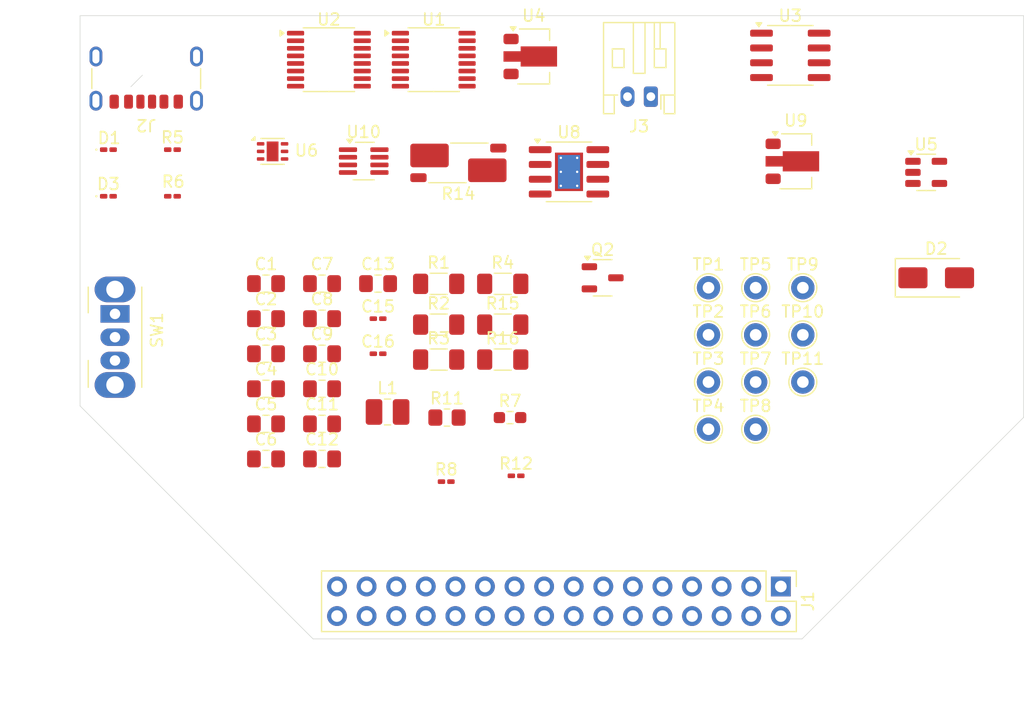
<source format=kicad_pcb>
(kicad_pcb (version 20241229) (generator "pcbnew") (generator_version "9.0")
  (layers (0 "F.Cu" signal) (2 "B.Cu" signal) (13 "F.Paste" user) (15 "B.Paste" user) (5 "F.SilkS" user "F.Silkscreen") (7 "B.SilkS" user "B.Silkscreen") (1 "F.Mask" user) (3 "B.Mask" user) (25 "Edge.Cuts" user))
  (net 0 "")
  (net 1 "GND")
  (net 2 "/Battery")
  (net 3 "Net-(U1-VINT)")
  (net 4 "Net-(U1-VCP)")
  (net 5 "Net-(U2-VCP)")
  (net 6 "Net-(U2-VINT)")
  (net 7 "/5V")
  (net 8 "/Vbat")
  (net 9 "/3V3 Out")
  (net 10 "/5V Out")
  (net 11 "/HV")
  (net 12 "Net-(C13-Pad1)")
  (net 13 "Net-(D1-K)")
  (net 14 "Net-(D2-A)")
  (net 15 "Net-(D3-K)")
  (net 16 "Net-(J2-CC1)")
  (net 17 "Net-(J2-CC2)")
  (net 18 "/FAST_CHARGE_CTRL")
  (net 19 "Net-(Q2-D)")
  (net 20 "Net-(U1-AISEN)")
  (net 21 "Net-(U1-BISEN)")
  (net 22 "Net-(U2-AISEN)")
  (net 23 "Net-(U2-BISEN)")
  (net 24 "Net-(U8-~{CHRG})")
  (net 25 "Net-(U8-~{STDBY})")
  (net 26 "Net-(U6-VSET)")
  (net 27 "Net-(U8-PROG)")
  (net 28 "Net-(SW1-B)")
  (net 29 "Net-(U10-IN-)")
  (net 30 "Net-(U10-IN+)")
  (net 31 "/I2C1_SDA")
  (net 32 "/I2C1_SCL")
  (net 35 "/Motor2_A_OUT")
  (net 36 "/MOTOR1_CTRL2")
  (net 37 "/MOTOR1_B_OUT")
  (net 38 "/MOTOR1_A_OUT")
  (net 39 "/MOTOR2_CTRL2")
  (net 40 "/MOTOR1_CTRL1")
  (net 41 "/MOTOR2_CTRL1")
  (net 42 "/Motor2_B_OUT")
  (net 43 "/MOTOR3_A_OUT")
  (net 44 "/MOTOR4_CTRL2")
  (net 45 "/MOTOR3_B_OUT")
  (net 46 "/MOTOR3_CTRL2")
  (net 48 "/MOTOR4_CTRL1")
  (net 49 "/MOTOR3_CTRL1")
  (net 50 "/CTRL_EXT_LOAD2")
  (net 51 "/EXT_LOAD1_OUT")
  (net 52 "/CTRL_EXT_LOAD1")
  (net 53 "/EXT_LOAD2_OUT")
  (net 60 "/USART2_TX")
  (net 61 "/Motor4_B_OUT")
  (net 62 "/USART2_RX")
  (net 63 "/Motor4_A_OUT")
  (footprint "Capacitor_SMD:C_0805_2012Metric_Pad1.18x1.45mm_HandSolder" (layer "F.Cu") (at 64.2725 110.54)
    (property "Reference" "C11" (at 0 -1.68 0) (layer "F.SilkS"))
    (property "Value" "22uF")
    (pad "1" smd roundrect (at -1.0375 0) (size 1.175 1.45) (layers "F.Cu" "F.Mask" "F.Paste") (roundrect_rratio 0.212766) (net 10 "/5V Out"))
    (pad "2" smd roundrect (at 1.0375 0) (size 1.175 1.45) (layers "F.Cu" "F.Mask" "F.Paste") (roundrect_rratio 0.212766) (net 1 "GND"))
  )
  (footprint "Package_SO:TSSOP-16_4.4x5mm_P0.65mm" (layer "F.Cu") (at 64.8625 79.275)
    (property "Reference" "U2" (at 0 -3.45 0) (layer "F.SilkS"))
    (property "Value" "HR8833")
    (pad "1" smd roundrect (at -2.8625 -2.275) (size 1.475 0.4) (layers "F.Cu" "F.Mask" "F.Paste") (net 9 "/3V3 Out"))
    (pad "2" smd roundrect (at -2.8625 -1.625) (size 1.475 0.4) (layers "F.Cu" "F.Mask" "F.Paste") (net 43 "/MOTOR3_A_OUT"))
    (pad "3" smd roundrect (at -2.8625 -0.975) (size 1.475 0.4) (layers "F.Cu" "F.Mask" "F.Paste") (net 22 "Net-(U2-AISEN)"))
    (pad "4" smd roundrect (at -2.8625 -0.325) (size 1.475 0.4) (layers "F.Cu" "F.Mask" "F.Paste") (net 45 "/MOTOR3_B_OUT"))
    (pad "5" smd roundrect (at -2.8625 0.325) (size 1.475 0.4) (layers "F.Cu" "F.Mask" "F.Paste") (net 45 "/MOTOR3_B_OUT"))
    (pad "6" smd roundrect (at -2.8625 0.975) (size 1.475 0.4) (layers "F.Cu" "F.Mask" "F.Paste") (net 23 "Net-(U2-BISEN)"))
    (pad "7" smd roundrect (at -2.8625 1.625) (size 1.475 0.4) (layers "F.Cu" "F.Mask" "F.Paste") (net 43 "/MOTOR3_A_OUT"))
    (pad "8" smd roundrect (at -2.8625 2.275) (size 1.475 0.4) (layers "F.Cu" "F.Mask" "F.Paste"))
    (pad "9" smd roundrect (at 2.8625 2.275) (size 1.475 0.4) (layers "F.Cu" "F.Mask" "F.Paste") (net 48 "/MOTOR4_CTRL1"))
    (pad "10" smd roundrect (at 2.8625 1.625) (size 1.475 0.4) (layers "F.Cu" "F.Mask" "F.Paste") (net 44 "/MOTOR4_CTRL2"))
    (pad "11" smd roundrect (at 2.8625 0.975) (size 1.475 0.4) (layers "F.Cu" "F.Mask" "F.Paste") (net 5 "Net-(U2-VCP)"))
    (pad "12" smd roundrect (at 2.8625 0.325) (size 1.475 0.4) (layers "F.Cu" "F.Mask" "F.Paste") (net 2 "/Battery"))
    (pad "13" smd roundrect (at 2.8625 -0.325) (size 1.475 0.4) (layers "F.Cu" "F.Mask" "F.Paste") (net 1 "GND"))
    (pad "14" smd roundrect (at 2.8625 -0.975) (size 1.475 0.4) (layers "F.Cu" "F.Mask" "F.Paste") (net 6 "Net-(U2-VINT)"))
    (pad "15" smd roundrect (at 2.8625 -1.625) (size 1.475 0.4) (layers "F.Cu" "F.Mask" "F.Paste") (net 46 "/MOTOR3_CTRL2"))
    (pad "16" smd roundrect (at 2.8625 -2.275) (size 1.475 0.4) (layers "F.Cu" "F.Mask" "F.Paste") (net 49 "/MOTOR3_CTRL1"))
  )
  (footprint "TestPoint:TestPoint_THTPad_D2.0mm_Drill1.0mm" (layer "F.Cu") (at 101.5 102.9)
    (property "Reference" "TP6" (at 0 -1.998 0) (layer "F.SilkS"))
    (property "Value" "TestPoint")
    (pad "1" thru_hole circle (at 0 0) (size 2 2) (drill 1) (layers "*.Cu" "*.Mask") (net 7 "/5V"))
  )
  (footprint "Button_Switch_THT:SW_Slide_SPDT_Angled_CK_OS102011MA1Q" (layer "F.Cu") (at 46.5 101.1 -90)
    (property "Reference" "SW1" (at 1.4 -3.6 90) (layer "F.SilkS"))
    (property "Value" "SW_SPDT")
    (pad "" thru_hole oval (at -2.1 0 270) (size 2.2 3.5) (drill 1.5) (layers "*.Cu" "*.Mask"))
    (pad "" thru_hole oval (at 6.1 0 270) (size 2.2 3.5) (drill 1.5) (layers "*.Cu" "*.Mask"))
    (pad "1" thru_hole rect (at 0 0 270) (size 1.5 2.5) (drill 0.9) (layers "*.Cu" "*.Mask") (net 2 "/Battery"))
    (pad "2" thru_hole oval (at 2 0 270) (size 1.5 2.5) (drill 0.9) (layers "*.Cu" "*.Mask") (net 28 "Net-(SW1-B)"))
    (pad "3" thru_hole oval (at 4 0 270) (size 1.5 2.5) (drill 0.9) (layers "*.Cu" "*.Mask"))
  )
  (footprint "Capacitor_SMD:C_0805_2012Metric_Pad1.18x1.45mm_HandSolder" (layer "F.Cu") (at 59.4625 98.5)
    (property "Reference" "C1" (at 0 -1.68 0) (layer "F.SilkS"))
    (property "Value" "10u")
    (pad "1" smd roundrect (at -1.0375 0) (size 1.175 1.45) (layers "F.Cu" "F.Mask" "F.Paste") (roundrect_rratio 0.212766) (net 2 "/Battery"))
    (pad "2" smd roundrect (at 1.0375 0) (size 1.175 1.45) (layers "F.Cu" "F.Mask" "F.Paste") (roundrect_rratio 0.212766) (net 1 "GND"))
  )
  (footprint "Inductor_SMD:L_1008_2520Metric_Pad1.43x2.20mm_HandSolder" (layer "F.Cu") (at 69.8975 109.52)
    (property "Reference" "L1" (at 0 -2.05 0) (layer "F.SilkS"))
    (property "Value" "2.2uH")
    (pad "1" smd roundrect (at -1.1625 0) (size 1.425 2.2) (layers "F.Cu" "F.Mask" "F.Paste") (roundrect_rratio 0.175439) (net 2 "/Battery"))
    (pad "2" smd roundrect (at 1.1625 0) (size 1.425 2.2) (layers "F.Cu" "F.Mask" "F.Paste") (roundrect_rratio 0.175439) (net 14 "Net-(D2-A)"))
  )
  (footprint "Capacitor_SMD:C_0805_2012Metric_Pad1.18x1.45mm_HandSolder" (layer "F.Cu") (at 59.4625 104.52)
    (property "Reference" "C3" (at 0 -1.68 0) (layer "F.SilkS"))
    (property "Value" "0.01u")
    (pad "1" smd roundrect (at -1.0375 0) (size 1.175 1.45) (layers "F.Cu" "F.Mask" "F.Paste") (roundrect_rratio 0.212766) (net 2 "/Battery"))
    (pad "2" smd roundrect (at 1.0375 0) (size 1.175 1.45) (layers "F.Cu" "F.Mask" "F.Paste") (roundrect_rratio 0.212766) (net 4 "Net-(U1-VCP)"))
  )
  (footprint "Capacitor_SMD:C_0201_0603Metric_Pad0.64x0.40mm_HandSolder" (layer "F.Cu") (at 69.0825 101.51)
    (property "Reference" "C15" (at 0 -1.05 0) (layer "F.SilkS"))
    (property "Value" "0.33u")
    (pad "1" smd roundrect (at -0.4075 0) (size 0.635 0.4) (layers "F.Cu" "F.Mask") (net 11 "/HV"))
    (pad "2" smd roundrect (at 0.4075 0) (size 0.635 0.4) (layers "F.Cu" "F.Mask") (net 1 "GND"))
  )
  (footprint "Capacitor_SMD:C_0201_0603Metric_Pad0.64x0.40mm_HandSolder" (layer "F.Cu") (at 69.0825 104.52)
    (property "Reference" "C16" (at 0 -1.05 0) (layer "F.SilkS"))
    (property "Value" "0.1u")
    (pad "1" smd roundrect (at -0.4075 0) (size 0.635 0.4) (layers "F.Cu" "F.Mask") (net 7 "/5V"))
    (pad "2" smd roundrect (at 0.4075 0) (size 0.635 0.4) (layers "F.Cu" "F.Mask") (net 1 "GND"))
  )
  (footprint "Package_SO:TSSOP-16_4.4x5mm_P0.65mm" (layer "F.Cu") (at 73.8625 79.275)
    (property "Reference" "U1" (at 0 -3.45 0) (layer "F.SilkS"))
    (property "Value" "HR8833")
    (pad "1" smd roundrect (at -2.8625 -2.275) (size 1.475 0.4) (layers "F.Cu" "F.Mask" "F.Paste") (net 9 "/3V3 Out"))
    (pad "2" smd roundrect (at -2.8625 -1.625) (size 1.475 0.4) (layers "F.Cu" "F.Mask" "F.Paste") (net 38 "/MOTOR1_A_OUT"))
    (pad "3" smd roundrect (at -2.8625 -0.975) (size 1.475 0.4) (layers "F.Cu" "F.Mask" "F.Paste") (net 20 "Net-(U1-AISEN)"))
    (pad "4" smd roundrect (at -2.8625 -0.325) (size 1.475 0.4) (layers "F.Cu" "F.Mask" "F.Paste") (net 37 "/MOTOR1_B_OUT"))
    (pad "5" smd roundrect (at -2.8625 0.325) (size 1.475 0.4) (layers "F.Cu" "F.Mask" "F.Paste") (net 42 "/Motor2_B_OUT"))
    (pad "6" smd roundrect (at -2.8625 0.975) (size 1.475 0.4) (layers "F.Cu" "F.Mask" "F.Paste") (net 21 "Net-(U1-BISEN)"))
    (pad "7" smd roundrect (at -2.8625 1.625) (size 1.475 0.4) (layers "F.Cu" "F.Mask" "F.Paste") (net 35 "/Motor2_A_OUT"))
    (pad "8" smd roundrect (at -2.8625 2.275) (size 1.475 0.4) (layers "F.Cu" "F.Mask" "F.Paste"))
    (pad "9" smd roundrect (at 2.8625 2.275) (size 1.475 0.4) (layers "F.Cu" "F.Mask" "F.Paste") (net 41 "/MOTOR2_CTRL1"))
    (pad "10" smd roundrect (at 2.8625 1.625) (size 1.475 0.4) (layers "F.Cu" "F.Mask" "F.Paste") (net 39 "/MOTOR2_CTRL2"))
    (pad "11" smd roundrect (at 2.8625 0.975) (size 1.475 0.4) (layers "F.Cu" "F.Mask" "F.Paste") (net 4 "Net-(U1-VCP)"))
    (pad "12" smd roundrect (at 2.8625 0.325) (size 1.475 0.4) (layers "F.Cu" "F.Mask" "F.Paste") (net 2 "/Battery"))
    (pad "13" smd roundrect (at 2.8625 -0.325) (size 1.475 0.4) (layers "F.Cu" "F.Mask" "F.Paste") (net 1 "GND"))
    (pad "14" smd roundrect (at 2.8625 -0.975) (size 1.475 0.4) (layers "F.Cu" "F.Mask" "F.Paste") (net 3 "Net-(U1-VINT)"))
    (pad "15" smd roundrect (at 2.8625 -1.625) (size 1.475 0.4) (layers "F.Cu" "F.Mask" "F.Paste") (net 36 "/MOTOR1_CTRL2"))
    (pad "16" smd roundrect (at 2.8625 -2.275) (size 1.475 0.4) (layers "F.Cu" "F.Mask" "F.Paste") (net 40 "/MOTOR1_CTRL1"))
  )
  (footprint "Capacitor_SMD:C_0805_2012Metric_Pad1.18x1.45mm_HandSolder" (layer "F.Cu") (at 64.2725 101.51)
    (property "Reference" "C8" (at 0 -1.68 0) (layer "F.SilkS"))
    (property "Value" "10u")
    (pad "1" smd roundrect (at -1.0375 0) (size 1.175 1.45) (layers "F.Cu" "F.Mask" "F.Paste") (roundrect_rratio 0.212766) (net 8 "/Vbat"))
    (pad "2" smd roundrect (at 1.0375 0) (size 1.175 1.45) (layers "F.Cu" "F.Mask" "F.Paste") (roundrect_rratio 0.212766) (net 1 "GND"))
  )
  (footprint "Capacitor_SMD:C_0805_2012Metric_Pad1.18x1.45mm_HandSolder" (layer "F.Cu") (at 59.4625 110.54)
    (property "Reference" "C5" (at 0 -1.68 0) (layer "F.SilkS"))
    (property "Value" "10u")
    (pad "1" smd roundrect (at -1.0375 0) (size 1.175 1.45) (layers "F.Cu" "F.Mask" "F.Paste") (roundrect_rratio 0.212766) (net 2 "/Battery"))
    (pad "2" smd roundrect (at 1.0375 0) (size 1.175 1.45) (layers "F.Cu" "F.Mask" "F.Paste") (roundrect_rratio 0.212766) (net 1 "GND"))
  )
  (footprint "TestPoint:TestPoint_THTPad_D2.0mm_Drill1.0mm" (layer "F.Cu") (at 105.55 102.9)
    (property "Reference" "TP10" (at 0 -1.998 0) (layer "F.SilkS"))
    (property "Value" "TestPoint")
    (pad "1" thru_hole circle (at 0 0) (size 2 2) (drill 1) (layers "*.Cu" "*.Mask") (net 51 "/EXT_LOAD1_OUT"))
  )
  (footprint "Resistor_SMD:R_1206_3216Metric_Pad1.30x1.75mm_HandSolder" (layer "F.Cu") (at 74.285 98.52)
    (property "Reference" "R1" (at 0 -1.82 0) (layer "F.SilkS"))
    (property "Value" "1R")
    (pad "1" smd roundrect (at -1.55 0) (size 1.3 1.75) (layers "F.Cu" "F.Mask" "F.Paste") (roundrect_rratio 0.192308) (net 1 "GND"))
    (pad "2" smd roundrect (at 1.55 0) (size 1.3 1.75) (layers "F.Cu" "F.Mask" "F.Paste") (roundrect_rratio 0.192308) (net 20 "Net-(U1-AISEN)"))
  )
  (footprint "Connector_USB:USB_C_Receptacle_GCT_USB4125-xx-x_6P_TopMnt_Horizontal" (layer "F.Cu") (at 49.18 79.8 180)
    (property "Reference" "J2" (at 0 -5.1 180) (layer "F.SilkS"))
    (property "Value" "USB_C_Receptacle_PowerOnly_6P")
    (pad "A5" smd roundrect (at -0.5 -3.08 180) (size 0.7 1.2) (layers "F.Cu" "F.Mask" "F.Paste") (net 16 "Net-(J2-CC1)"))
    (pad "A9" smd roundrect (at 1.52 -3.08) (size 0.76 1.2) (layers "F.Cu" "F.Mask" "F.Paste") (net 11 "/HV"))
    (pad "A12" smd roundrect (at 2.75 -3.08) (size 0.8 1.2) (layers "F.Cu" "F.Mask" "F.Paste") (net 1 "GND"))
    (pad "B5" smd roundrect (at 0.5 -3.08) (size 0.7 1.2) (layers "F.Cu" "F.Mask" "F.Paste") (net 17 "Net-(J2-CC2)"))
    (pad "B9" smd roundrect (at -1.52 -3.08 180) (size 0.76 1.2) (layers "F.Cu" "F.Mask" "F.Paste") (net 11 "/HV"))
    (pad "B12" smd roundrect (at -2.75 -3.08 180) (size 0.8 1.2) (layers "F.Cu" "F.Mask" "F.Paste") (net 1 "GND"))
    (pad "S1" thru_hole oval (at -4.32 -3 180) (size 1.1 1.7) (drill oval 0.6 1.2) (property pad_prop_heatsink) (layers "*.Cu" "*.Mask" "F.Paste") (net 1 "GND"))
    (pad "S1" thru_hole oval (at -4.32 0.8 180) (size 1.1 1.7) (drill oval 0.6 1.2) (property pad_prop_heatsink) (layers "*.Cu" "*.Mask" "F.Paste") (net 1 "GND"))
    (pad "S1" thru_hole oval (at 4.32 -3 180) (size 1.1 1.7) (drill oval 0.6 1.2) (property pad_prop_heatsink) (layers "*.Cu" "*.Mask" "F.Paste") (net 1 "GND"))
    (pad "S1" thru_hole oval (at 4.32 0.8 180) (size 1.1 1.7) (drill oval 0.6 1.2) (property pad_prop_heatsink) (layers "*.Cu" "*.Mask" "F.Paste") (net 1 "GND"))
  )
  (footprint "TestPoint:TestPoint_THTPad_D2.0mm_Drill1.0mm" (layer "F.Cu") (at 97.45 111)
    (property "Reference" "TP4" (at 0 -1.998 0) (layer "F.SilkS"))
    (property "Value" "TestPoint")
    (pad "1" thru_hole circle (at 0 0) (size 2 2) (drill 1) (layers "*.Cu" "*.Mask") (net 7 "/5V"))
  )
  (footprint "Capacitor_SMD:C_0805_2012Metric_Pad1.18x1.45mm_HandSolder" (layer "F.Cu") (at 59.4625 107.53)
    (property "Reference" "C4" (at 0 -1.68 0) (layer "F.SilkS"))
    (property "Value" "0.01u")
    (pad "1" smd roundrect (at -1.0375 0) (size 1.175 1.45) (layers "F.Cu" "F.Mask" "F.Paste") (roundrect_rratio 0.212766) (net 2 "/Battery"))
    (pad "2" smd roundrect (at 1.0375 0) (size 1.175 1.45) (layers "F.Cu" "F.Mask" "F.Paste") (roundrect_rratio 0.212766) (net 5 "Net-(U2-VCP)"))
  )
  (footprint "Capacitor_SMD:C_0805_2012Metric_Pad1.18x1.45mm_HandSolder" (layer "F.Cu") (at 64.2725 113.55)
    (property "Reference" "C12" (at 0 -1.68 0) (layer "F.SilkS"))
    (property "Value" "1uF")
    (pad "1" smd roundrect (at -1.0375 0) (size 1.175 1.45) (layers "F.Cu" "F.Mask" "F.Paste") (roundrect_rratio 0.212766) (net 1 "GND"))
    (pad "2" smd roundrect (at 1.0375 0) (size 1.175 1.45) (layers "F.Cu" "F.Mask" "F.Paste") (roundrect_rratio 0.212766) (net 11 "/HV"))
  )
  (footprint "Resistor_SMD:R_0201_0603Metric_Pad0.64x0.40mm_HandSolder" (layer "F.Cu") (at 51.4325 87)
    (property "Reference" "R5" (at 0 -1.05 0) (layer "F.SilkS"))
    (property "Value" "1K")
    (pad "1" smd roundrect (at -0.4075 0) (size 0.635 0.4) (layers "F.Cu" "F.Mask") (net 13 "Net-(D1-K)"))
    (pad "2" smd roundrect (at 0.4075 0) (size 0.635 0.4) (layers "F.Cu" "F.Mask") (net 24 "Net-(U8-~{CHRG})"))
  )
  (footprint "Resistor_SMD:R_0201_0603Metric_Pad0.64x0.40mm_HandSolder" (layer "F.Cu") (at 74.9325 115.5)
    (property "Reference" "R8" (at 0 -1.05 0) (layer "F.SilkS"))
    (property "Value" "1.6K")
    (pad "1" smd roundrect (at -0.4075 0) (size 0.635 0.4) (layers "F.Cu" "F.Mask") (net 19 "Net-(Q2-D)"))
    (pad "2" smd roundrect (at 0.4075 0) (size 0.635 0.4) (layers "F.Cu" "F.Mask") (net 27 "Net-(U8-PROG)"))
  )
  (footprint "Package_TO_SOT_SMD:SOT-89-3" (layer "F.Cu") (at 82.45 79)
    (property "Reference" "U4" (at 0 -3.5 0) (layer "F.SilkS"))
    (property "Value" "HT7533-1")
    (pad "1" smd roundrect (at -1.95 -1.5) (size 1.3 0.9) (layers "F.Cu" "F.Mask" "F.Paste") (net 9 "/3V3 Out"))
    (pad "2" smd custom (at -1.8625 0) (size 1.475 0.9) (layers "F.Cu" "F.Mask" "F.Paste") (net 1 "GND") (options (clearance outline) (anchor rect)) (primitives (gr_poly (pts (xy 3.8625 0.8665) (xy 0.7375 0.8665) (xy 0.7375 -0.8665) (xy 3.8625 -0.8665)) (width 0) (fill yes))))
    (pad "3" smd roundrect (at -1.95 1.5) (size 1.3 0.9) (layers "F.Cu" "F.Mask" "F.Paste") (net 2 "/Battery"))
  )
  (footprint "Capacitor_SMD:C_0805_2012Metric_Pad1.18x1.45mm_HandSolder" (layer "F.Cu") (at 69.0825 98.5)
    (property "Reference" "C13" (at 0 -1.68 0) (layer "F.SilkS"))
    (property "Value" "120pF")
    (pad "1" smd roundrect (at -1.0375 0) (size 1.175 1.45) (layers "F.Cu" "F.Mask" "F.Paste") (roundrect_rratio 0.212766) (net 12 "Net-(C13-Pad1)"))
    (pad "2" smd roundrect (at 1.0375 0) (size 1.175 1.45) (layers "F.Cu" "F.Mask" "F.Paste") (roundrect_rratio 0.212766) (net 10 "/5V Out"))
  )
  (footprint "Resistor_SMD:R_0805_2012Metric_Pad1.20x1.40mm_HandSolder" (layer "F.Cu") (at 75 110)
    (property "Reference" "R11" (at 0 -1.65 0) (layer "F.SilkS"))
    (property "Value" "5R1")
    (pad "1" smd roundrect (at -1 0) (size 1.2 1.4) (layers "F.Cu" "F.Mask" "F.Paste") (roundrect_rratio 0.208333) (net 14 "Net-(D2-A)"))
    (pad "2" smd roundrect (at 1 0) (size 1.2 1.4) (layers "F.Cu" "F.Mask" "F.Paste") (roundrect_rratio 0.208333) (net 12 "Net-(C13-Pad1)"))
  )
  (footprint "LED_SMD:LED_0201_0603Metric_Pad0.64x0.40mm_HandSolder" (layer "F.Cu") (at 45.9325 87)
    (property "Reference" "D1" (at 0.0675 -1 0) (layer "F.SilkS"))
    (property "Value" "LED")
    (pad "1" smd roundrect (at -0.4075 0) (size 0.635 0.4) (layers "F.Cu" "F.Mask") (net 13 "Net-(D1-K)"))
    (pad "2" smd roundrect (at 0.4075 0) (size 0.635 0.4) (layers "F.Cu" "F.Mask") (net 7 "/5V"))
  )
  (footprint "TestPoint:TestPoint_THTPad_D2.0mm_Drill1.0mm" (layer "F.Cu") (at 97.45 106.95)
    (property "Reference" "TP3" (at 0 -1.998 0) (layer "F.SilkS"))
    (property "Value" "TestPoint")
    (pad "1" thru_hole circle (at 0 0) (size 2 2) (drill 1) (layers "*.Cu" "*.Mask") (net 19 "Net-(Q2-D)"))
  )
  (footprint "Connector_PinHeader_2.54mm:PinHeader_2x16_P2.54mm_Vertical" (layer "F.Cu") (at 103.66 124.5 -90)
    (property "Reference" "J1" (at 1.27 -2.33 90) (layer "F.SilkS"))
    (property "Value" "Conn_02x16_Odd_Even")
    (pad "1" thru_hole rect (at 0 0 270) (size 1.7 1.7) (drill 1) (layers "*.Cu" "*.Mask") (net 42 "/Motor2_B_OUT"))
    (pad "2" thru_hole oval (at 2.54 0 270) (size 1.7 1.7) (drill 1) (layers "*.Cu" "*.Mask") (net 35 "/Motor2_A_OUT"))
    (pad "3" thru_hole oval (at 0 2.54 270) (size 1.7 1.7) (drill 1) (layers "*.Cu" "*.Mask") (net 63 "/Motor4_A_OUT"))
    (pad "4" thru_hole oval (at 2.54 2.54 270) (size 1.7 1.7) (drill 1) (layers "*.Cu" "*.Mask") (net 41 "/MOTOR2_CTRL1"))
    (pad "5" thru_hole oval (at 0 5.08 270) (size 1.7 1.7) (drill 1) (layers "*.Cu" "*.Mask") (net 61 "/Motor4_B_OUT"))
    (pad "6" thru_hole oval (at 2.54 5.08 270) (size 1.7 1.7) (drill 1) (layers "*.Cu" "*.Mask") (net 39 "/MOTOR2_CTRL2"))
    (pad "7" thru_hole oval (at 0 7.62 270) (size 1.7 1.7) (drill 1) (layers "*.Cu" "*.Mask") (net 50 "/CTRL_EXT_LOAD2"))
    (pad "8" thru_hole oval (at 2.54 7.62 270) (size 1.7 1.7) (drill 1) (layers "*.Cu" "*.Mask") (net 48 "/MOTOR4_CTRL1"))
    (pad "9" thru_hole oval (at 0 10.16 270) (size 1.7 1.7) (drill 1) (layers "*.Cu" "*.Mask") (net 62 "/USART2_RX"))
    (pad "10" thru_hole oval (at 2.54 10.16 270) (size 1.7 1.7) (drill 1) (layers "*.Cu" "*.Mask") (net 44 "/MOTOR4_CTRL2"))
    (pad "11" thru_hole oval (at 0 12.7 270) (size 1.7 1.7) (drill 1) (layers "*.Cu" "*.Mask") (net 53 "/EXT_LOAD2_OUT"))
    (pad "12" thru_hole oval (at 2.54 12.7 270) (size 1.7 1.7) (drill 1) (layers "*.Cu" "*.Mask") (net 60 "/USART2_TX"))
    (pad "13" thru_hole oval (at 0 15.24 270) (size 1.7 1.7) (drill 1) (layers "*.Cu" "*.Mask") (net 18 "/FAST_CHARGE_CTRL"))
    (pad "14" thru_hole oval (at 2.54 15.24 270) (size 1.7 1.7) (drill 1) (layers "*.Cu" "*.Mask") (net 2 "/Battery"))
    (pad "15" thru_hole oval (at 0 17.78 270) (size 1.7 1.7) (drill 1) (layers "*.Cu" "*.Mask"))
    (pad "16" thru_hole oval (at 2.54 17.78 270) (size 1.7 1.7) (drill 1) (layers "*.Cu" "*.Mask") (net 32 "/I2C1_SCL"))
    (pad "17" thru_hole oval (at 0 20.32 270) (size 1.7 1.7) (drill 1) (layers "*.Cu" "*.Mask") (net 31 "/I2C1_SDA"))
    (pad "18" thru_hole oval (at 2.54 20.32 270) (size 1.7 1.7) (drill 1) (layers "*.Cu" "*.Mask") (net 9 "/3V3 Out"))
    (pad "19" thru_hole oval (at 0 22.86 270) (size 1.7 1.7) (drill 1) (layers "*.Cu" "*.Mask") (net 1 "GND"))
    (pad "20" thru_hole oval (at 2.54 22.86 270) (size 1.7 1.7) (drill 1) (layers "*.Cu" "*.Mask") (net 10 "/5V Out"))
    (pad "21" thru_hole oval (at 0 25.4 270) (size 1.7 1.7) (drill 1) (layers "*.Cu" "*.Mask") (net 51 "/EXT_LOAD1_OUT"))
    (pad "22" thru_hole oval (at 2.54 25.4 270) (size 1.7 1.7) (drill 1) (layers "*.Cu" "*.Mask") (net 11 "/HV"))
    (pad "23" thru_hole oval (at 0 27.94 270) (size 1.7 1.7) (drill 1) (layers "*.Cu" "*.Mask") (net 1 "GND"))
    (pad "24" thru_hole oval (at 2.54 27.94 270) (size 1.7 1.7) (drill 1) (layers "*.Cu" "*.Mask") (net 49 "/MOTOR3_CTRL1"))
    (pad "25" thru_hole oval (at 0 30.48 270) (size 1.7 1.7) (drill 1) (layers "*.Cu" "*.Mask") (net 52 "/CTRL_EXT_LOAD1"))
    (pad "26" thru_hole oval (at 2.54 30.48 270) (size 1.7 1.7) (drill 1) (layers "*.Cu" "*.Mask") (net 46 "/MOTOR3_CTRL2"))
    (pad "27" thru_hole oval (at 0 33.02 270) (size 1.7 1.7) (drill 1) (layers "*.Cu" "*.Mask") (net 43 "/MOTOR3_A_OUT"))
    (pad "28" thru_hole oval (at 2.54 33.02 270) (size 1.7 1.7) (drill 1) (layers "*.Cu" "*.Mask") (net 40 "/MOTOR1_CTRL1"))
    (pad "29" thru_hole oval (at 0 35.56 270) (size 1.7 1.7) (drill 1) (layers "*.Cu" "*.Mask") (net 45 "/MOTOR3_B_OUT"))
    (pad "30" thru_hole oval (at 2.54 35.56 270) (size 1.7 1.7) (drill 1) (layers "*.Cu" "*.Mask") (net 36 "/MOTOR1_CTRL2"))
    (pad "31" thru_hole oval (at 0 38.1 270) (size 1.7 1.7) (drill 1) (layers "*.Cu" "*.Mask") (net 37 "/MOTOR1_B_OUT"))
    (pad "32" thru_hole oval (at 2.54 38.1 270) (size 1.7 1.7) (drill 1) (layers "*.Cu" "*.Mask") (net 38 "/MOTOR1_A_OUT"))
  )
  (footprint "Resistor_SMD:R_0603_1608Metric_Pad0.98x0.95mm_HandSolder" (layer "F.Cu") (at 80.4125 110)
    (property "Reference" "R7" (at 0 -1.43 0) (layer "F.SilkS"))
    (property "Value" "75K")
    (pad "1" smd roundrect (at -0.9125 0) (size 0.975 0.95) (layers "F.Cu" "F.Mask" "F.Paste") (net 1 "GND"))
    (pad "2" smd roundrect (at 0.9125 0) (size 0.975 0.95) (layers "F.Cu" "F.Mask" "F.Paste") (net 26 "Net-(U6-VSET)"))
  )
  (footprint "Capacitor_SMD:C_0805_2012Metric_Pad1.18x1.45mm_HandSolder" (layer "F.Cu") (at 64.2725 98.5)
    (property "Reference" "C7" (at 0 -1.68 0) (layer "F.SilkS"))
    (property "Value" "10u")
    (pad "1" smd roundrect (at -1.0375 0) (size 1.175 1.45) (layers "F.Cu" "F.Mask" "F.Paste") (roundrect_rratio 0.212766) (net 7 "/5V"))
    (pad "2" smd roundrect (at 1.0375 0) (size 1.175 1.45) (layers "F.Cu" "F.Mask" "F.Paste") (roundrect_rratio 0.212766) (net 1 "GND"))
  )
  (footprint "LED_SMD:LED_0201_0603Metric_Pad0.64x0.40mm_HandSolder" (layer "F.Cu") (at 45.9325 91)
    (property "Reference" "D3" (at 0 -1.05 0) (layer "F.SilkS"))
    (property "Value" "LED")
    (pad "1" smd roundrect (at -0.4075 0) (size 0.635 0.4) (layers "F.Cu" "F.Mask") (net 15 "Net-(D3-K)"))
    (pad "2" smd roundrect (at 0.4075 0) (size 0.635 0.4) (layers "F.Cu" "F.Mask") (net 7 "/5V"))
  )
  (footprint "TestPoint:TestPoint_THTPad_D2.0mm_Drill1.0mm" (layer "F.Cu") (at 97.45 102.9)
    (property "Reference" "TP2" (at 0 -1.998 0) (layer "F.SilkS"))
    (property "Value" "TestPoint")
    (pad "1" thru_hole circle (at 0 0) (size 2 2) (drill 1) (layers "*.Cu" "*.Mask") (net 10 "/5V Out"))
  )
  (footprint "Resistor_SMD:R_Shunt_Vishay_WSK2512_6332Metric_T2.21mm" (layer "F.Cu") (at 75.98 88.135 180)
    (property "Reference" "R14" (at 0 -2.65 0) (layer "F.SilkS"))
    (property "Value" "3m")
    (pad "1" smd roundrect (at -2.48 -0.635 180) (size 3.3 2.03) (layers "F.Cu" "F.Mask" "F.Paste") (roundrect_rratio 0.12) (net 8 "/Vbat"))
    (pad "2" smd roundrect (at -3.43 1.27 180) (size 1.4 0.76) (layers "F.Cu" "F.Mask" "F.Paste") (net 30 "Net-(U10-IN+)"))
    (pad "3" smd roundrect (at 3.43 -1.27 180) (size 1.4 0.76) (layers "F.Cu" "F.Mask" "F.Paste") (net 29 "Net-(U10-IN-)"))
    (pad "4" smd roundrect (at 2.48 0.635 180) (size 3.3 2.03) (layers "F.Cu" "F.Mask" "F.Paste") (roundrect_rratio 0.12) (net 28 "Net-(SW1-B)"))
  )
  (footprint "Capacitor_SMD:C_0805_2012Metric_Pad1.18x1.45mm_HandSolder" (layer "F.Cu") (at 59.4625 113.55)
    (property "Reference" "C6" (at 0 -1.68 0) (layer "F.SilkS"))
    (property "Value" "2.2u")
    (pad "1" smd roundrect (at -1.0375 0) (size 1.175 1.45) (layers "F.Cu" "F.Mask" "F.Paste") (roundrect_rratio 0.212766) (net 1 "GND"))
    (pad "2" smd roundrect (at 1.0375 0) (size 1.175 1.45) (layers "F.Cu" "F.Mask" "F.Paste") (roundrect_rratio 0.212766) (net 6 "Net-(U2-VINT)"))
  )
  (footprint "Package_TO_SOT_SMD:SOT-23-8_Handsoldering" (layer "F.Cu") (at 67.85 87.98)
    (property "Reference" "U10" (at 0 -2.5 0) (layer "F.SilkS"))
    (property "Value" "INA219AIDCNR")
    (pad "1" smd roundrect (at -1.35 -0.98) (size 1.56 0.4) (layers "F.Cu" "F.Mask" "F.Paste") (net 30 "Net-(U10-IN+)"))
    (pad "2" smd roundrect (at -1.35 -0.33) (size 1.56 0.4) (layers "F.Cu" "F.Mask" "F.Paste") (net 29 "Net-(U10-IN-)"))
    (pad "3" smd roundrect (at -1.35 0.33) (size 1.56 0.4) (layers "F.Cu" "F.Mask" "F.Paste") (net 1 "GND"))
    (pad "4" smd roundrect (at -1.35 0.98) (size 1.56 0.4) (layers "F.Cu" "F.Mask" "F.Paste") (net 9 "/3V3 Out"))
    (pad "5" smd roundrect (at 1.35 0.98) (size 1.56 0.4) (layers "F.Cu" "F.Mask" "F.Paste") (net 32 "/I2C1_SCL"))
    (pad "6" smd roundrect (at 1.35 0.33) (size 1.56 0.4) (layers "F.Cu" "F.Mask" "F.Paste") (net 31 "/I2C1_SDA"))
    (pad "7" smd roundrect (at 1.35 -0.33) (size 1.56 0.4) (layers "F.Cu" "F.Mask" "F.Paste") (net 1 "GND"))
    (pad "8" smd roundrect (at 1.35 -0.98) (size 1.56 0.4) (layers "F.Cu" "F.Mask" "F.Paste") (net 9 "/3V3 Out"))
  )
  (footprint "Connector_JST:JST_PH_S2B-PH-K_1x02_P2.00mm_Horizontal" (layer "F.Cu") (at 92.5 82.45 180)
    (property "Reference" "J3" (at 1 -2.55 0) (layer "F.SilkS"))
    (property "Value" "Conn_01x02")
    (pad "1" thru_hole roundrect (at 0 0 180) (size 1.2 1.75) (drill 0.75) (layers "*.Cu" "*.Mask") (roundrect_rratio 0.208333) (net 8 "/Vbat"))
    (pad "2" thru_hole oval (at 2 0 180) (size 1.2 1.75) (drill 0.75) (layers "*.Cu" "*.Mask") (net 1 "GND"))
  )
  (footprint "Resistor_SMD:R_0201_0603Metric_Pad0.64x0.40mm_HandSolder" (layer "F.Cu") (at 80.9325 115)
    (property "Reference" "R12" (at 0 -1.05 0) (layer "F.SilkS"))
    (property "Value" "15K")
    (pad "1" smd roundrect (at -0.4075 0) (size 0.635 0.4) (layers "F.Cu" "F.Mask") (net 27 "Net-(U8-PROG)"))
    (pad "2" smd roundrect (at 0.4075 0) (size 0.635 0.4) (layers "F.Cu" "F.Mask") (net 1 "GND"))
  )
  (footprint "Package_TO_SOT_SMD:SOT-23-3" (layer "F.Cu") (at 88.3625 98)
    (property "Reference" "Q2" (at 0 -2.4 0) (layer "F.SilkS"))
    (property "Value" "NMOS")
    (pad "1" smd roundrect (at -1.1375 -0.95) (size 1.325 0.6) (layers "F.Cu" "F.Mask" "F.Paste") (net 19 "Net-(Q2-D)"))
    (pad "2" smd roundrect (at -1.1375 0.95) (size 1.325 0.6) (layers "F.Cu" "F.Mask" "F.Paste") (net 18 "/FAST_CHARGE_CTRL"))
    (pad "3" smd roundrect (at 1.1375 0) (size 1.325 0.6) (layers "F.Cu" "F.Mask" "F.Paste") (net 1 "GND"))
  )
  (footprint "Package_SO:SOIC-8_3.9x4.9mm_P1.27mm" (layer "F.Cu") (at 104.475 78.905)
    (property "Reference" "U3" (at 0 -3.4 0) (layer "F.SilkS"))
    (property "Value" "MIC2026-1YM")
    (pad "1" smd roundrect (at -2.475 -1.905) (size 1.95 0.6) (layers "F.Cu" "F.Mask" "F.Paste") (net 52 "/CTRL_EXT_LOAD1"))
    (pad "2" smd roundrect (at -2.475 -0.635) (size 1.95 0.6) (layers "F.Cu" "F.Mask" "F.Paste"))
    (pad "3" smd roundrect (at -2.475 0.635) (size 1.95 0.6) (layers "F.Cu" "F.Mask" "F.Paste"))
    (pad "4" smd roundrect (at -2.475 1.905) (size 1.95 0.6) (layers "F.Cu" "F.Mask" "F.Paste") (net 50 "/CTRL_EXT_LOAD2"))
    (pad "5" smd roundrect (at 2.475 1.905) (size 1.95 0.6) (layers "F.Cu" "F.Mask" "F.Paste") (net 53 "/EXT_LOAD2_OUT"))
    (pad "6" smd roundrect (at 2.475 0.635) (size 1.95 0.6) (layers "F.Cu" "F.Mask" "F.Paste") (net 1 "GND"))
    (pad "7" smd roundrect (at 2.475 -0.635) (size 1.95 0.6) (layers "F.Cu" "F.Mask" "F.Paste") (net 10 "/5V Out"))
    (pad "8" smd roundrect (at 2.475 -1.905) (size 1.95 0.6) (layers "F.Cu" "F.Mask" "F.Paste") (net 51 "/EXT_LOAD1_OUT"))
  )
  (footprint "Resistor_SMD:R_0201_0603Metric_Pad0.64x0.40mm_HandSolder" (layer "F.Cu") (at 51.4325 91)
    (property "Reference" "R6" (at 0.0675 -1.25 0) (layer "F.SilkS"))
    (property "Value" "1K")
    (pad "1" smd roundrect (at -0.4075 0) (size 0.635 0.4) (layers "F.Cu" "F.Mask") (net 15 "Net-(D3-K)"))
    (pad "2" smd roundrect (at 0.4075 0) (size 0.635 0.4) (layers "F.Cu" "F.Mask") (net 25 "Net-(U8-~{STDBY})"))
  )
  (footprint "TestPoint:TestPoint_THTPad_D2.0mm_Drill1.0mm" (layer "F.Cu") (at 101.5 106.95)
    (property "Reference" "TP7" (at 0 -1.998 0) (layer "F.SilkS"))
    (property "Value" "TestPoint")
    (pad "1" thru_hole circle (at 0 0) (size 2 2) (drill 1) (layers "*.Cu" "*.Mask") (net 10 "/5V Out"))
  )
  (footprint "Package_DFN_QFN:DFN-6-1EP_2x2mm_P0.65mm_EP1.01x1.7mm" (layer "F.Cu") (at 60.0275 87.15)
    (property "Reference" "U6" (at 2.9125 -0.075 0) (layer "F.SilkS"))
    (property "Value" "HUSB237-AA001-DN06R")
    (pad "1" smd roundrect (at -1.0275 -0.65) (size 0.645 0.3) (layers "F.Cu" "F.Mask" "F.Paste") (net 16 "Net-(J2-CC1)"))
    (pad "2" smd roundrect (at -1.0275 0) (size 0.645 0.3) (layers "F.Cu" "F.Mask" "F.Paste") (net 11 "/HV"))
    (pad "3" smd roundrect (at -1.0275 0.65) (size 0.645 0.3) (layers "F.Cu" "F.Mask" "F.Paste") (net 26 "Net-(U6-VSET)"))
    (pad "4" smd roundrect (at 1.0275 0.65) (size 0.645 0.3) (layers "F.Cu" "F.Mask" "F.Paste"))
    (pad "5" smd roundrect (at 1.0275 0) (size 0.645 0.3) (layers "F.Cu" "F.Mask" "F.Paste"))
    (pad "6" smd roundrect (at 1.0275 -0.65) (size 0.645 0.3) (layers "F.Cu" "F.Mask" "F.Paste") (net 17 "Net-(J2-CC2)"))
    (pad "7" smd rect (at 0 0) (size 1.01 1.7) (property pad_prop_heatsink) (layers "F.Cu" "F.Mask") (net 1 "GND"))
  )
  (footprint "Capacitor_SMD:C_0805_2012Metric_Pad1.18x1.45mm_HandSolder" (layer "F.Cu") (at 64.2725 107.53)
    (property "Reference" "C10" (at 0 -1.68 0) (layer "F.SilkS"))
    (property "Value" "10u")
    (pad "1" smd roundrect (at -1.0375 0) (size 1.175 1.45) (layers "F.Cu" "F.Mask" "F.Paste") (roundrect_rratio 0.212766) (net 2 "/Battery"))
    (pad "2" smd roundrect (at 1.0375 0) (size 1.175 1.45) (layers "F.Cu" "F.Mask" "F.Paste") (roundrect_rratio 0.212766) (net 1 "GND"))
  )
  (footprint "Package_TO_SOT_SMD:SOT-23-5" (layer "F.Cu") (at 116.1375 88.95)
    (property "Reference" "U5" (at 0 -2.4 0) (layer "F.SilkS"))
    (property "Value" "TPS613222ADBV")
    (pad "1" smd roundrect (at -1.1375 -0.95) (size 1.325 0.6) (layers "F.Cu" "F.Mask" "F.Paste") (net 14 "Net-(D2-A)"))
    (pad "2" smd roundrect (at -1.1375 0) (size 1.325 0.6) (layers "F.Cu" "F.Mask" "F.Paste") (net 1 "GND"))
    (pad "3" smd roundrect (at -1.1375 0.95) (size 1.325 0.6) (layers "F.Cu" "F.Mask" "F.Paste"))
    (pad "4" smd roundrect (at 1.1375 0.95) (size 1.325 0.6) (layers "F.Cu" "F.Mask" "F.Paste") (net 10 "/5V Out"))
    (pad "5" smd roundrect (at 1.1375 -0.95) (size 1.325 0.6) (layers "F.Cu" "F.Mask" "F.Paste"))
  )
  (footprint "TestPoint:TestPoint_THTPad_D2.0mm_Drill1.0mm" (layer "F.Cu") (at 101.5 111)
    (property "Reference" "TP8" (at 0 -1.998 0) (layer "F.SilkS"))
    (property "Value" "TestPoint")
    (pad "1" thru_hole circle (at 0 0) (size 2 2) (drill 1) (layers "*.Cu" "*.Mask") (net 22 "Net-(U2-AISEN)"))
  )
  (footprint "Package_TO_SOT_SMD:SOT-89-3" (layer "F.Cu") (at 104.95 88)
    (property "Reference" "U9" (at 0 -3.5 0) (layer "F.SilkS"))
    (property "Value" "CJ78L05")
    (pad "1" smd roundrect (at -1.95 -1.5) (size 1.3 0.9) (layers "F.Cu" "F.Mask" "F.Paste") (net 7 "/5V"))
    (pad "2" smd custom (at -1.8625 0) (size 1.475 0.9) (layers "F.Cu" "F.Mask" "F.Paste") (net 1 "GND") (options (clearance outline) (anchor rect)) (primitives (gr_poly (pts (xy 3.8625 0.8665) (xy 0.7375 0.8665) (xy 0.7375 -0.8665) (xy 3.8625 -0.8665)) (width 0) (fill yes))))
    (pad "3" smd roundrect (at -1.95 1.5) (size 1.3 0.9) (layers "F.Cu" "F.Mask" "F.Paste") (net 11 "/HV"))
  )
  (footprint "TestPoint:TestPoint_THTPad_D2.0mm_Drill1.0mm" (layer "F.Cu") (at 105.55 98.85)
    (property "Reference" "TP9" (at 0 -1.998 0) (layer "F.SilkS"))
    (property "Value" "TestPoint")
    (pad "1" thru_hole circle (at 0 0) (size 2 2) (drill 1) (layers "*.Cu" "*.Mask") (net 20 "Net-(U1-AISEN)"))
  )
  (footprint "TestPoint:TestPoint_THTPad_D2.0mm_Drill1.0mm" (layer "F.Cu") (at 105.55 106.95)
    (property "Reference" "TP11" (at 0 -1.998 0) (layer "F.SilkS"))
    (property "Value" "TestPoint")
    (pad "1" thru_hole circle (at 0 0) (size 2 2) (drill 1) (layers "*.Cu" "*.Mask") (net 53 "/EXT_LOAD2_OUT"))
  )
  (footprint "Capacitor_SMD:C_0805_2012Metric_Pad1.18x1.45mm_HandSolder" (layer "F.Cu") (at 59.4625 101.51)
    (property "Reference" "C2" (at 0 -1.68 0) (layer "F.SilkS"))
    (property "Value" "2.2u")
    (pad "1" smd roundrect (at -1.0375 0) (size 1.175 1.45) (layers "F.Cu" "F.Mask" "F.Paste") (roundrect_rratio 0.212766) (net 1 "GND"))
    (pad "2" smd roundrect (at 1.0375 0) (size 1.175 1.45) (layers "F.Cu" "F.Mask" "F.Paste") (roundrect_rratio 0.212766) (net 3 "Net-(U1-VINT)"))
  )
  (footprint "Resistor_SMD:R_1206_3216Metric_Pad1.30x1.75mm_HandSolder" (layer "F.Cu") (at 74.285 105.02)
    (property "Reference" "R3" (at 0 -1.82 0) (layer "F.SilkS"))
    (property "Value" "0.39R")
    (pad "1" smd roundrect (at -1.55 0) (size 1.3 1.75) (layers "F.Cu" "F.Mask" "F.Paste") (roundrect_rratio 0.192308) (net 1 "GND"))
    (pad "2" smd roundrect (at 1.55 0) (size 1.3 1.75) (layers "F.Cu" "F.Mask" "F.Paste") (roundrect_rratio 0.192308) (net 22 "Net-(U2-AISEN)"))
  )
  (footprint "Resistor_SMD:R_1206_3216Metric_Pad1.30x1.75mm_HandSolder" (layer "F.Cu") (at 79.785 102.02)
    (property "Reference" "R15" (at 0 -1.82 0) (layer "F.SilkS"))
    (property "Value" "10K")
    (pad "1" smd roundrect (at -1.55 0) (size 1.3 1.75) (layers "F.Cu" "F.Mask" "F.Paste") (roundrect_rratio 0.192308) (net 31 "/I2C1_SDA"))
    (pad "2" smd roundrect (at 1.55 0) (size 1.3 1.75) (layers "F.Cu" "F.Mask" "F.Paste") (roundrect_rratio 0.192308) (net 9 "/3V3 Out"))
  )
  (footprint "Package_SO:SOIC-8-1EP_3.9x4.9mm_P1.27mm_EP2.41x3.3mm_ThermalVias" (layer "F.Cu") (at 85.475 88.905)
    (property "Reference" "U8" (at 0 -3.4 0) (layer "F.SilkS"))
    (property "Value" "TP4056-42-ESOP8")
    (pad "1" smd roundrect (at -2.475 -1.905) (size 1.95 0.6) (layers "F.Cu" "F.Mask" "F.Paste") (net 1 "GND"))
    (pad "2" smd roundrect (at -2.475 -0.635) (size 1.95 0.6) (layers "F.Cu" "F.Mask" "F.Paste") (net 27 "Net-(U8-PROG)"))
    (pad "3" smd roundrect (at -2.475 0.635) (size 1.95 0.6) (layers "F.Cu" "F.Mask" "F.Paste") (net 1 "GND"))
    (pad "4" smd roundrect (at -2.475 1.905) (size 1.95 0.6) (layers "F.Cu" "F.Mask" "F.Paste") (net 7 "/5V"))
    (pad "5" smd roundrect (at 2.475 1.905) (size 1.95 0.6) (layers "F.Cu" "F.Mask" "F.Paste") (net 8 "/Vbat"))
    (pad "6" smd roundrect (at 2.475 0.635) (size 1.95 0.6) (layers "F.Cu" "F.Mask" "F.Paste") (net 25 "Net-(U8-~{STDBY})"))
    (pad "7" smd roundrect (at 2.475 -0.635) (size 1.95 0.6) (layers "F.Cu" "F.Mask" "F.Paste") (net 24 "Net-(U8-~{CHRG})"))
    (pad "8" smd roundrect (at 2.475 -1.905) (size 1.95 0.6) (layers "F.Cu" "F.Mask" "F.Paste") (net 7 "/5V"))
    (pad "9" thru_hole circle (at -0.7 -1.2) (size 0.5 0.5) (drill 0.2) (property pad_prop_heatsink) (layers "*.Cu") (net 1 "GND"))
    (pad "9" thru_hole circle (at -0.7 0) (size 0.5 0.5) (drill 0.2) (property pad_prop_heatsink) (layers "*.Cu") (net 1 "GND"))
    (pad "9" thru_hole circle (at -0.7 1.2) (size 0.5 0.5) (drill 0.2) (property pad_prop_heatsink) (layers "*.Cu") (net 1 "GND"))
    (pad "9" smd rect (at 0 0) (size 1.9 2.9) (property pad_prop_heatsink) (layers "B.Cu") (net 1 "GND"))
    (pad "9" smd rect (at 0 0) (size 2.41 3.3) (property pad_prop_heatsink) (layers "F.Cu" "F.Mask") (net 1 "GND"))
    (pad "9" thru_hole circle (at 0.7 -1.2) (size 0.5 0.5) (drill 0.2) (property pad_prop_heatsink) (layers "*.Cu") (net 1 "GND"))
    (pad "9" thru_hole circle (at 0.7 0) (size 0.5 0.5) (drill 0.2) (property pad_prop_heatsink) (layers "*.Cu") (net 1 "GND"))
    (pad "9" thru_hole circle (at 0.7 1.2) (size 0.5 0.5) (drill 0.2) (property pad_prop_heatsink) (layers "*.Cu") (net 1 "GND"))
  )
  (footprint "Diode_SMD:D_SMA" (layer "F.Cu") (at 117 98)
    (property "Reference" "D2" (at 0 -2.5 0) (layer "F.SilkS"))
    (property "Value" "SS34")
    (pad "1" smd roundrect (at -2 0) (size 2.5 1.8) (layers "F.Cu" "F.Mask" "F.Paste") (roundrect_rratio 0.1388888889) (net 10 "/5V Out"))
    (pad "2" smd roundrect (at 2 0) (size 2.5 1.8) (layers "F.Cu" "F.Mask" "F.Paste") (roundrect_rratio 0.1388888889) (net 14 "Net-(D2-A)"))
  )
  (footprint "Capacitor_SMD:C_0805_2012Metric_Pad1.18x1.45mm_HandSolder" (layer "F.Cu") (at 64.2725 104.52)
    (property "Reference" "C9" (at 0 -1.68 0) (layer "F.SilkS"))
    (property "Value" "10u")
    (pad "1" smd roundrect (at -1.0375 0) (size 1.175 1.45) (layers "F.Cu" "F.Mask" "F.Paste") (roundrect_rratio 0.212766) (net 9 "/3V3 Out"))
    (pad "2" smd roundrect (at 1.0375 0) (size 1.175 1.45) (layers "F.Cu" "F.Mask" "F.Paste") (roundrect_rratio 0.212766) (net 1 "GND"))
  )
  (footprint "Resistor_SMD:R_1206_3216Metric_Pad1.30x1.75mm_HandSolder" (layer "F.Cu") (at 79.785 98.52)
    (property "Reference" "R4" (at 0 -1.82 0) (layer "F.SilkS"))
    (property "Value" "0.39R")
    (pad "1" smd roundrect (at -1.55 0) (size 1.3 1.75) (layers "F.Cu" "F.Mask" "F.Paste") (roundrect_rratio 0.192308) (net 1 "GND"))
    (pad "2" smd roundrect (at 1.55 0) (size 1.3 1.75) (layers "F.Cu" "F.Mask" "F.Paste") (roundrect_rratio 0.192308) (net 23 "Net-(U2-BISEN)"))
  )
  (footprint "Resistor_SMD:R_1206_3216Metric_Pad1.30x1.75mm_HandSolder" (layer "F.Cu") (at 74.285 102.02)
    (property "Reference" "R2" (at 0 -1.82 0) (layer "F.SilkS"))
    (property "Value" "1R")
    (pad "1" smd roundrect (at -1.55 0) (size 1.3 1.75) (layers "F.Cu" "F.Mask" "F.Paste") (roundrect_rratio 0.192308) (net 1 "GND"))
    (pad "2" smd roundrect (at 1.55 0) (size 1.3 1.75) (layers "F.Cu" "F.Mask" "F.Paste") (roundrect_rratio 0.192308) (net 21 "Net-(U1-BISEN)"))
  )
  (footprint "TestPoint:TestPoint_THTPad_D2.0mm_Drill1.0mm" (layer "F.Cu") (at 101.5 98.85)
    (property "Reference" "TP5" (at 0 -1.998 0) (layer "F.SilkS"))
    (property "Value" "TestPoint")
    (pad "1" thru_hole circle (at 0 0) (size 2 2) (drill 1) (layers "*.Cu" "*.Mask") (net 9 "/3V3 Out"))
  )
  (footprint "TestPoint:TestPoint_THTPad_D2.0mm_Drill1.0mm" (layer "F.Cu") (at 97.45 98.85)
    (property "Reference" "TP1" (at 0 -1.998 0) (layer "F.SilkS"))
    (property "Value" "TestPoint")
    (pad "1" thru_hole circle (at 0 0) (size 2 2) (drill 1) (layers "*.Cu" "*.Mask") (net 28 "Net-(SW1-B)"))
  )
  (footprint "Resistor_SMD:R_1206_3216Metric_Pad1.30x1.75mm_HandSolder" (layer "F.Cu") (at 79.785 105.02)
    (property "Reference" "R16" (at 0 -1.82 0) (layer "F.SilkS"))
    (property "Value" "10K")
    (pad "1" smd roundrect (at -1.55 0) (size 1.3 1.75) (layers "F.Cu" "F.Mask" "F.Paste") (roundrect_rratio 0.192308) (net 32 "/I2C1_SCL"))
    (pad "2" smd roundrect (at 1.55 0) (size 1.3 1.75) (layers "F.Cu" "F.Mask" "F.Paste") (roundrect_rratio 0.192308) (net 9 "/3V3 Out"))
  )
  (gr_line (start 43.5 75.5) (end 124.5 75.5) (stroke (width 0.05)) (layer "Edge.Cuts"))
  (gr_line (start 63.5 129) (end 43.500001 109.000001) (stroke (width 0.05)) (layer "Edge.Cuts"))
  (gr_line (start 63.5 129) (end 105.485209 129) (stroke (width 0.05)) (layer "Edge.Cuts"))
  (gr_line (start 47.86 81.6) (end 48.86 80.6) (stroke (width 0.05)) (layer "Edge.Cuts"))
  (gr_line (start 43.5 75.5) (end 43.5 109) (stroke (width 0.05)) (layer "Edge.Cuts"))
  (gr_line (start 124.5 75.5) (end 124.5 109.970421) (stroke (width 0.05)) (layer "Edge.Cuts"))
  (gr_line (start 105.485209 129) (end 124.514791 109.970418) (stroke (width 0.05)) (layer "Edge.Cuts"))
)
</source>
